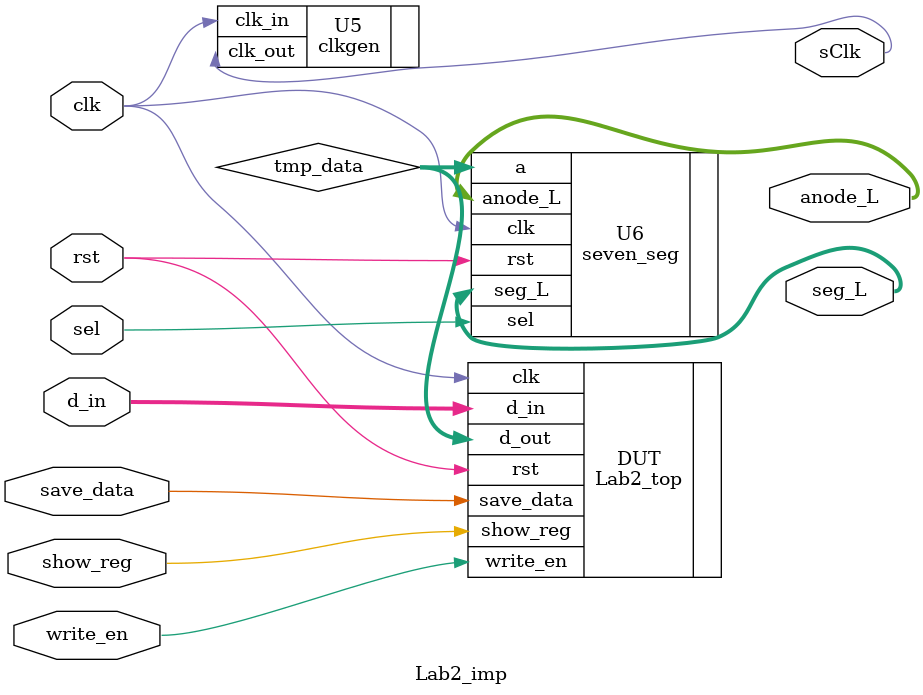
<source format=v>
`timescale 1ns / 1ps


module Lab2_imp(input clk, rst, write_en, save_data, show_reg, sel,
                input [7:0] d_in, 
                output sClk,
				output [3:0] anode_L,
				output [6:0] seg_L);
	 
	 wire [7:0] tmp_data;
	 
	 // Instantiate your Lab2_top module here. Connect d_out to tmp_data.
	 Lab2_top DUT(.clk(clk), .rst(rst), .write_en(write_en), .save_data(save_data),
	               .show_reg(show_reg), .d_in(d_in), .d_out(tmp_data));
            
            
	 clkgen   U5 (.clk_in(clk), .clk_out(sClk));
	 seven_seg U6 (.a(tmp_data), .clk(clk), .rst(rst), .sel(sel), .anode_L(anode_L), .seg_L(seg_L));

endmodule


</source>
